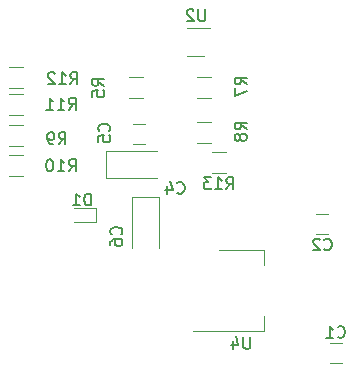
<source format=gbr>
G04 #@! TF.FileFunction,Legend,Bot*
%FSLAX46Y46*%
G04 Gerber Fmt 4.6, Leading zero omitted, Abs format (unit mm)*
G04 Created by KiCad (PCBNEW 4.0.6+dfsg1-1) date Sun Oct 29 21:06:04 2017*
%MOMM*%
%LPD*%
G01*
G04 APERTURE LIST*
%ADD10C,0.100000*%
%ADD11C,0.120000*%
%ADD12C,0.150000*%
%ADD13R,1.500000X1.250000*%
%ADD14R,2.600000X1.800000*%
%ADD15R,1.800000X2.600000*%
%ADD16R,0.600000X0.700000*%
%ADD17R,2.600000X2.600000*%
%ADD18C,2.600000*%
%ADD19R,1.500000X1.300000*%
%ADD20R,1.500000X0.400000*%
%ADD21R,2.000000X3.800000*%
%ADD22R,2.000000X1.500000*%
G04 APERTURE END LIST*
D10*
D11*
X182761000Y-136564000D02*
X183761000Y-136564000D01*
X183761000Y-138264000D02*
X182761000Y-138264000D01*
X182618000Y-127342000D02*
X181618000Y-127342000D01*
X181618000Y-125642000D02*
X182618000Y-125642000D01*
X163832000Y-122562000D02*
X168132000Y-122562000D01*
X163832000Y-120262000D02*
X168132000Y-120262000D01*
X163832000Y-122562000D02*
X163832000Y-120262000D01*
X167124000Y-119722000D02*
X166124000Y-119722000D01*
X166124000Y-118022000D02*
X167124000Y-118022000D01*
X165982000Y-124208000D02*
X165982000Y-128508000D01*
X168282000Y-124208000D02*
X168282000Y-128508000D01*
X165982000Y-124208000D02*
X168282000Y-124208000D01*
X162948000Y-125130000D02*
X162948000Y-126330000D01*
X161098000Y-125130000D02*
X162948000Y-125130000D01*
X161098000Y-126330000D02*
X162948000Y-126330000D01*
X166970000Y-114055000D02*
X165770000Y-114055000D01*
X165770000Y-115815000D02*
X166970000Y-115815000D01*
X171485000Y-115815000D02*
X172685000Y-115815000D01*
X172685000Y-114055000D02*
X171485000Y-114055000D01*
X171485000Y-119625000D02*
X172685000Y-119625000D01*
X172685000Y-117865000D02*
X171485000Y-117865000D01*
X156810000Y-118119000D02*
X155610000Y-118119000D01*
X155610000Y-119879000D02*
X156810000Y-119879000D01*
X156810000Y-120659000D02*
X155610000Y-120659000D01*
X155610000Y-122419000D02*
X156810000Y-122419000D01*
X156810000Y-115452000D02*
X155610000Y-115452000D01*
X155610000Y-117212000D02*
X156810000Y-117212000D01*
X156810000Y-113166000D02*
X155610000Y-113166000D01*
X155610000Y-114926000D02*
X156810000Y-114926000D01*
X172755000Y-122165000D02*
X173955000Y-122165000D01*
X173955000Y-120405000D02*
X172755000Y-120405000D01*
X170686500Y-109901500D02*
X172586500Y-109901500D01*
X172086500Y-112221500D02*
X170686500Y-112221500D01*
X177170000Y-128670000D02*
X177170000Y-129930000D01*
X177170000Y-135490000D02*
X177170000Y-134230000D01*
X173410000Y-128670000D02*
X177170000Y-128670000D01*
X171160000Y-135490000D02*
X177170000Y-135490000D01*
D12*
X183427666Y-136021143D02*
X183475285Y-136068762D01*
X183618142Y-136116381D01*
X183713380Y-136116381D01*
X183856238Y-136068762D01*
X183951476Y-135973524D01*
X183999095Y-135878286D01*
X184046714Y-135687810D01*
X184046714Y-135544952D01*
X183999095Y-135354476D01*
X183951476Y-135259238D01*
X183856238Y-135164000D01*
X183713380Y-135116381D01*
X183618142Y-135116381D01*
X183475285Y-135164000D01*
X183427666Y-135211619D01*
X182475285Y-136116381D02*
X183046714Y-136116381D01*
X182761000Y-136116381D02*
X182761000Y-135116381D01*
X182856238Y-135259238D01*
X182951476Y-135354476D01*
X183046714Y-135402095D01*
X182284666Y-128599143D02*
X182332285Y-128646762D01*
X182475142Y-128694381D01*
X182570380Y-128694381D01*
X182713238Y-128646762D01*
X182808476Y-128551524D01*
X182856095Y-128456286D01*
X182903714Y-128265810D01*
X182903714Y-128122952D01*
X182856095Y-127932476D01*
X182808476Y-127837238D01*
X182713238Y-127742000D01*
X182570380Y-127694381D01*
X182475142Y-127694381D01*
X182332285Y-127742000D01*
X182284666Y-127789619D01*
X181903714Y-127789619D02*
X181856095Y-127742000D01*
X181760857Y-127694381D01*
X181522761Y-127694381D01*
X181427523Y-127742000D01*
X181379904Y-127789619D01*
X181332285Y-127884857D01*
X181332285Y-127980095D01*
X181379904Y-128122952D01*
X181951333Y-128694381D01*
X181332285Y-128694381D01*
X169838666Y-123801143D02*
X169886285Y-123848762D01*
X170029142Y-123896381D01*
X170124380Y-123896381D01*
X170267238Y-123848762D01*
X170362476Y-123753524D01*
X170410095Y-123658286D01*
X170457714Y-123467810D01*
X170457714Y-123324952D01*
X170410095Y-123134476D01*
X170362476Y-123039238D01*
X170267238Y-122944000D01*
X170124380Y-122896381D01*
X170029142Y-122896381D01*
X169886285Y-122944000D01*
X169838666Y-122991619D01*
X168981523Y-123229714D02*
X168981523Y-123896381D01*
X169219619Y-122848762D02*
X169457714Y-123563048D01*
X168838666Y-123563048D01*
X164060143Y-118578334D02*
X164107762Y-118530715D01*
X164155381Y-118387858D01*
X164155381Y-118292620D01*
X164107762Y-118149762D01*
X164012524Y-118054524D01*
X163917286Y-118006905D01*
X163726810Y-117959286D01*
X163583952Y-117959286D01*
X163393476Y-118006905D01*
X163298238Y-118054524D01*
X163203000Y-118149762D01*
X163155381Y-118292620D01*
X163155381Y-118387858D01*
X163203000Y-118530715D01*
X163250619Y-118578334D01*
X163155381Y-119483096D02*
X163155381Y-119006905D01*
X163631571Y-118959286D01*
X163583952Y-119006905D01*
X163536333Y-119102143D01*
X163536333Y-119340239D01*
X163583952Y-119435477D01*
X163631571Y-119483096D01*
X163726810Y-119530715D01*
X163964905Y-119530715D01*
X164060143Y-119483096D01*
X164107762Y-119435477D01*
X164155381Y-119340239D01*
X164155381Y-119102143D01*
X164107762Y-119006905D01*
X164060143Y-118959286D01*
X165089143Y-127341334D02*
X165136762Y-127293715D01*
X165184381Y-127150858D01*
X165184381Y-127055620D01*
X165136762Y-126912762D01*
X165041524Y-126817524D01*
X164946286Y-126769905D01*
X164755810Y-126722286D01*
X164612952Y-126722286D01*
X164422476Y-126769905D01*
X164327238Y-126817524D01*
X164232000Y-126912762D01*
X164184381Y-127055620D01*
X164184381Y-127150858D01*
X164232000Y-127293715D01*
X164279619Y-127341334D01*
X164184381Y-128198477D02*
X164184381Y-128008000D01*
X164232000Y-127912762D01*
X164279619Y-127865143D01*
X164422476Y-127769905D01*
X164612952Y-127722286D01*
X164993905Y-127722286D01*
X165089143Y-127769905D01*
X165136762Y-127817524D01*
X165184381Y-127912762D01*
X165184381Y-128103239D01*
X165136762Y-128198477D01*
X165089143Y-128246096D01*
X164993905Y-128293715D01*
X164755810Y-128293715D01*
X164660571Y-128246096D01*
X164612952Y-128198477D01*
X164565333Y-128103239D01*
X164565333Y-127912762D01*
X164612952Y-127817524D01*
X164660571Y-127769905D01*
X164755810Y-127722286D01*
X162536095Y-124882381D02*
X162536095Y-123882381D01*
X162298000Y-123882381D01*
X162155142Y-123930000D01*
X162059904Y-124025238D01*
X162012285Y-124120476D01*
X161964666Y-124310952D01*
X161964666Y-124453810D01*
X162012285Y-124644286D01*
X162059904Y-124739524D01*
X162155142Y-124834762D01*
X162298000Y-124882381D01*
X162536095Y-124882381D01*
X161012285Y-124882381D02*
X161583714Y-124882381D01*
X161298000Y-124882381D02*
X161298000Y-123882381D01*
X161393238Y-124025238D01*
X161488476Y-124120476D01*
X161583714Y-124168095D01*
X163647381Y-114768334D02*
X163171190Y-114435000D01*
X163647381Y-114196905D02*
X162647381Y-114196905D01*
X162647381Y-114577858D01*
X162695000Y-114673096D01*
X162742619Y-114720715D01*
X162837857Y-114768334D01*
X162980714Y-114768334D01*
X163075952Y-114720715D01*
X163123571Y-114673096D01*
X163171190Y-114577858D01*
X163171190Y-114196905D01*
X162647381Y-115673096D02*
X162647381Y-115196905D01*
X163123571Y-115149286D01*
X163075952Y-115196905D01*
X163028333Y-115292143D01*
X163028333Y-115530239D01*
X163075952Y-115625477D01*
X163123571Y-115673096D01*
X163218810Y-115720715D01*
X163456905Y-115720715D01*
X163552143Y-115673096D01*
X163599762Y-115625477D01*
X163647381Y-115530239D01*
X163647381Y-115292143D01*
X163599762Y-115196905D01*
X163552143Y-115149286D01*
X175712381Y-114641334D02*
X175236190Y-114308000D01*
X175712381Y-114069905D02*
X174712381Y-114069905D01*
X174712381Y-114450858D01*
X174760000Y-114546096D01*
X174807619Y-114593715D01*
X174902857Y-114641334D01*
X175045714Y-114641334D01*
X175140952Y-114593715D01*
X175188571Y-114546096D01*
X175236190Y-114450858D01*
X175236190Y-114069905D01*
X174712381Y-114974667D02*
X174712381Y-115641334D01*
X175712381Y-115212762D01*
X175712381Y-118451334D02*
X175236190Y-118118000D01*
X175712381Y-117879905D02*
X174712381Y-117879905D01*
X174712381Y-118260858D01*
X174760000Y-118356096D01*
X174807619Y-118403715D01*
X174902857Y-118451334D01*
X175045714Y-118451334D01*
X175140952Y-118403715D01*
X175188571Y-118356096D01*
X175236190Y-118260858D01*
X175236190Y-117879905D01*
X175140952Y-119022762D02*
X175093333Y-118927524D01*
X175045714Y-118879905D01*
X174950476Y-118832286D01*
X174902857Y-118832286D01*
X174807619Y-118879905D01*
X174760000Y-118927524D01*
X174712381Y-119022762D01*
X174712381Y-119213239D01*
X174760000Y-119308477D01*
X174807619Y-119356096D01*
X174902857Y-119403715D01*
X174950476Y-119403715D01*
X175045714Y-119356096D01*
X175093333Y-119308477D01*
X175140952Y-119213239D01*
X175140952Y-119022762D01*
X175188571Y-118927524D01*
X175236190Y-118879905D01*
X175331429Y-118832286D01*
X175521905Y-118832286D01*
X175617143Y-118879905D01*
X175664762Y-118927524D01*
X175712381Y-119022762D01*
X175712381Y-119213239D01*
X175664762Y-119308477D01*
X175617143Y-119356096D01*
X175521905Y-119403715D01*
X175331429Y-119403715D01*
X175236190Y-119356096D01*
X175188571Y-119308477D01*
X175140952Y-119213239D01*
X159805666Y-119705381D02*
X160139000Y-119229190D01*
X160377095Y-119705381D02*
X160377095Y-118705381D01*
X159996142Y-118705381D01*
X159900904Y-118753000D01*
X159853285Y-118800619D01*
X159805666Y-118895857D01*
X159805666Y-119038714D01*
X159853285Y-119133952D01*
X159900904Y-119181571D01*
X159996142Y-119229190D01*
X160377095Y-119229190D01*
X159329476Y-119705381D02*
X159139000Y-119705381D01*
X159043761Y-119657762D01*
X158996142Y-119610143D01*
X158900904Y-119467286D01*
X158853285Y-119276810D01*
X158853285Y-118895857D01*
X158900904Y-118800619D01*
X158948523Y-118753000D01*
X159043761Y-118705381D01*
X159234238Y-118705381D01*
X159329476Y-118753000D01*
X159377095Y-118800619D01*
X159424714Y-118895857D01*
X159424714Y-119133952D01*
X159377095Y-119229190D01*
X159329476Y-119276810D01*
X159234238Y-119324429D01*
X159043761Y-119324429D01*
X158948523Y-119276810D01*
X158900904Y-119229190D01*
X158853285Y-119133952D01*
X160662857Y-121991381D02*
X160996191Y-121515190D01*
X161234286Y-121991381D02*
X161234286Y-120991381D01*
X160853333Y-120991381D01*
X160758095Y-121039000D01*
X160710476Y-121086619D01*
X160662857Y-121181857D01*
X160662857Y-121324714D01*
X160710476Y-121419952D01*
X160758095Y-121467571D01*
X160853333Y-121515190D01*
X161234286Y-121515190D01*
X159710476Y-121991381D02*
X160281905Y-121991381D01*
X159996191Y-121991381D02*
X159996191Y-120991381D01*
X160091429Y-121134238D01*
X160186667Y-121229476D01*
X160281905Y-121277095D01*
X159091429Y-120991381D02*
X158996190Y-120991381D01*
X158900952Y-121039000D01*
X158853333Y-121086619D01*
X158805714Y-121181857D01*
X158758095Y-121372333D01*
X158758095Y-121610429D01*
X158805714Y-121800905D01*
X158853333Y-121896143D01*
X158900952Y-121943762D01*
X158996190Y-121991381D01*
X159091429Y-121991381D01*
X159186667Y-121943762D01*
X159234286Y-121896143D01*
X159281905Y-121800905D01*
X159329524Y-121610429D01*
X159329524Y-121372333D01*
X159281905Y-121181857D01*
X159234286Y-121086619D01*
X159186667Y-121039000D01*
X159091429Y-120991381D01*
X160662857Y-116784381D02*
X160996191Y-116308190D01*
X161234286Y-116784381D02*
X161234286Y-115784381D01*
X160853333Y-115784381D01*
X160758095Y-115832000D01*
X160710476Y-115879619D01*
X160662857Y-115974857D01*
X160662857Y-116117714D01*
X160710476Y-116212952D01*
X160758095Y-116260571D01*
X160853333Y-116308190D01*
X161234286Y-116308190D01*
X159710476Y-116784381D02*
X160281905Y-116784381D01*
X159996191Y-116784381D02*
X159996191Y-115784381D01*
X160091429Y-115927238D01*
X160186667Y-116022476D01*
X160281905Y-116070095D01*
X158758095Y-116784381D02*
X159329524Y-116784381D01*
X159043810Y-116784381D02*
X159043810Y-115784381D01*
X159139048Y-115927238D01*
X159234286Y-116022476D01*
X159329524Y-116070095D01*
X160789857Y-114625381D02*
X161123191Y-114149190D01*
X161361286Y-114625381D02*
X161361286Y-113625381D01*
X160980333Y-113625381D01*
X160885095Y-113673000D01*
X160837476Y-113720619D01*
X160789857Y-113815857D01*
X160789857Y-113958714D01*
X160837476Y-114053952D01*
X160885095Y-114101571D01*
X160980333Y-114149190D01*
X161361286Y-114149190D01*
X159837476Y-114625381D02*
X160408905Y-114625381D01*
X160123191Y-114625381D02*
X160123191Y-113625381D01*
X160218429Y-113768238D01*
X160313667Y-113863476D01*
X160408905Y-113911095D01*
X159456524Y-113720619D02*
X159408905Y-113673000D01*
X159313667Y-113625381D01*
X159075571Y-113625381D01*
X158980333Y-113673000D01*
X158932714Y-113720619D01*
X158885095Y-113815857D01*
X158885095Y-113911095D01*
X158932714Y-114053952D01*
X159504143Y-114625381D01*
X158885095Y-114625381D01*
X173997857Y-123515381D02*
X174331191Y-123039190D01*
X174569286Y-123515381D02*
X174569286Y-122515381D01*
X174188333Y-122515381D01*
X174093095Y-122563000D01*
X174045476Y-122610619D01*
X173997857Y-122705857D01*
X173997857Y-122848714D01*
X174045476Y-122943952D01*
X174093095Y-122991571D01*
X174188333Y-123039190D01*
X174569286Y-123039190D01*
X173045476Y-123515381D02*
X173616905Y-123515381D01*
X173331191Y-123515381D02*
X173331191Y-122515381D01*
X173426429Y-122658238D01*
X173521667Y-122753476D01*
X173616905Y-122801095D01*
X172712143Y-122515381D02*
X172093095Y-122515381D01*
X172426429Y-122896333D01*
X172283571Y-122896333D01*
X172188333Y-122943952D01*
X172140714Y-122991571D01*
X172093095Y-123086810D01*
X172093095Y-123324905D01*
X172140714Y-123420143D01*
X172188333Y-123467762D01*
X172283571Y-123515381D01*
X172569286Y-123515381D01*
X172664524Y-123467762D01*
X172712143Y-123420143D01*
X172211905Y-108291381D02*
X172211905Y-109100905D01*
X172164286Y-109196143D01*
X172116667Y-109243762D01*
X172021429Y-109291381D01*
X171830952Y-109291381D01*
X171735714Y-109243762D01*
X171688095Y-109196143D01*
X171640476Y-109100905D01*
X171640476Y-108291381D01*
X171211905Y-108386619D02*
X171164286Y-108339000D01*
X171069048Y-108291381D01*
X170830952Y-108291381D01*
X170735714Y-108339000D01*
X170688095Y-108386619D01*
X170640476Y-108481857D01*
X170640476Y-108577095D01*
X170688095Y-108719952D01*
X171259524Y-109291381D01*
X170640476Y-109291381D01*
X176021905Y-136032381D02*
X176021905Y-136841905D01*
X175974286Y-136937143D01*
X175926667Y-136984762D01*
X175831429Y-137032381D01*
X175640952Y-137032381D01*
X175545714Y-136984762D01*
X175498095Y-136937143D01*
X175450476Y-136841905D01*
X175450476Y-136032381D01*
X174545714Y-136365714D02*
X174545714Y-137032381D01*
X174783810Y-135984762D02*
X175021905Y-136699048D01*
X174402857Y-136699048D01*
%LPC*%
D13*
X184511000Y-137414000D03*
X182011000Y-137414000D03*
X180868000Y-126492000D03*
X183368000Y-126492000D03*
D14*
X165432000Y-121412000D03*
X168832000Y-121412000D03*
D13*
X165374000Y-118872000D03*
X167874000Y-118872000D03*
D15*
X167132000Y-125808000D03*
X167132000Y-129208000D03*
D16*
X161098000Y-125730000D03*
X162498000Y-125730000D03*
D17*
X158242000Y-128016000D03*
D18*
X158242000Y-134016000D03*
X162942000Y-131016000D03*
D19*
X165020000Y-114935000D03*
X167720000Y-114935000D03*
X173435000Y-114935000D03*
X170735000Y-114935000D03*
X173435000Y-118745000D03*
X170735000Y-118745000D03*
X154860000Y-118999000D03*
X157560000Y-118999000D03*
X154860000Y-121539000D03*
X157560000Y-121539000D03*
X154860000Y-116332000D03*
X157560000Y-116332000D03*
X154860000Y-114046000D03*
X157560000Y-114046000D03*
X174705000Y-121285000D03*
X172005000Y-121285000D03*
D20*
X172716500Y-110411500D03*
X172716500Y-111061500D03*
X172716500Y-111711500D03*
X170056500Y-111711500D03*
X170056500Y-111061500D03*
X170056500Y-110411500D03*
D21*
X178410000Y-132080000D03*
D22*
X172110000Y-132080000D03*
X172110000Y-129780000D03*
X172110000Y-134380000D03*
M02*

</source>
